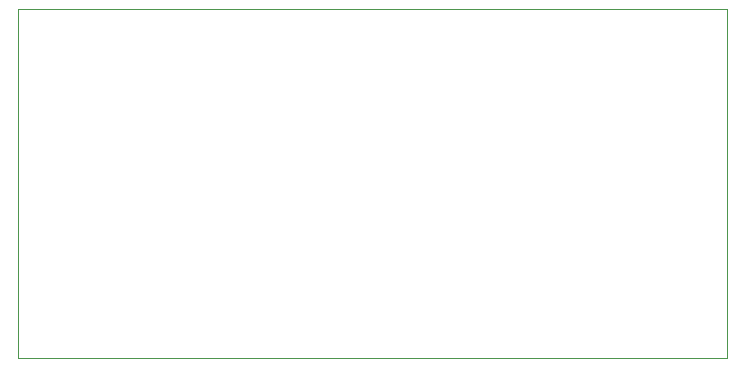
<source format=gbr>
%TF.GenerationSoftware,KiCad,Pcbnew,(6.0.5)*%
%TF.CreationDate,2022-06-06T16:52:35-06:00*%
%TF.ProjectId,15Pin_Fanout,31355069-6e5f-4466-916e-6f75742e6b69,rev?*%
%TF.SameCoordinates,Original*%
%TF.FileFunction,Profile,NP*%
%FSLAX46Y46*%
G04 Gerber Fmt 4.6, Leading zero omitted, Abs format (unit mm)*
G04 Created by KiCad (PCBNEW (6.0.5)) date 2022-06-06 16:52:35*
%MOMM*%
%LPD*%
G01*
G04 APERTURE LIST*
%TA.AperFunction,Profile*%
%ADD10C,0.100000*%
%TD*%
G04 APERTURE END LIST*
D10*
X-30000000Y23000000D02*
X-30000000Y-6500000D01*
X30000000Y-6500000D02*
X30000000Y23000000D01*
X-30000000Y23000000D02*
X30000000Y23000000D01*
X0Y-6500000D02*
X-30000000Y-6500000D01*
X0Y-6500000D02*
X30000000Y-6500000D01*
M02*

</source>
